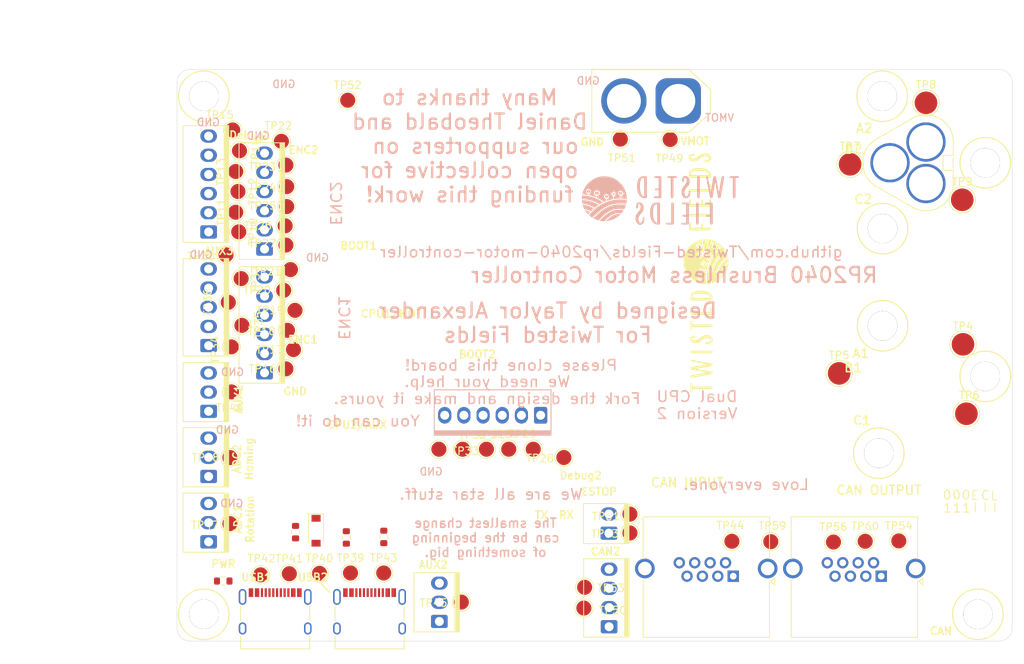
<source format=kicad_pcb>
(kicad_pcb (version 20221018) (generator pcbnew)
  (title_block (title "RP2040 Motor Controller") (date "2020-07-13") (rev "REV1") (company "Twisted Fields, LLC"))
  (layers (0 "F.Cu" signal) (1 "In1.Cu" signal) (2 "In2.Cu" signal) (31 "B.Cu" signal) (34 "B.Paste" user) (35 "F.Paste" user) (36 "B.SilkS" user "B.Silkscreen") (37 "F.SilkS" user "F.Silkscreen") (38 "B.Mask" user) (39 "F.Mask" user) (44 "Edge.Cuts" user))
  (net 0 "")
  (net 1 "GND")
  (net 2 "VBUS")
  (net 3 "+3V3")
  (net 4 "TH1")
  (net 5 "TH2")
  (net 6 "VMOT")
  (net 7 "M1B")
  (net 8 "M2B")
  (net 9 "+12V")
  (net 10 "TXO")
  (net 11 "RXI")
  (net 12 "/power_and_cpu/USB_D-")
  (net 13 "/power_and_cpu/USB_D+")
  (net 14 "/power_and_cpu/USB_D_2+")
  (net 15 "/power_and_cpu/USB_D_2-")
  (net 16 "Net-(J1-CC1)")
  (net 18 "Net-(J1-CC2)")
  (net 19 "ESTOP_SQUARE")
  (net 21 "Net-(J6-CC1)")
  (net 23 "Net-(J6-CC2)")
  (net 25 "GND_REMOTE")
  (net 26 "CANH0")
  (net 27 "CANL0")
  (net 28 "AUX1")
  (net 29 "AUX2")
  (net 30 "A1_2")
  (net 31 "A2_2")
  (net 32 "5V_REMOTE")
  (net 33 "ESTOP_SWITCH_IN")
  (net 34 "CANH1")
  (net 35 "CANL1")
  (net 36 "SWCLK")
  (net 37 "SWD")
  (net 38 "SWCLK_2")
  (net 39 "SWD_2")
  (net 40 "RXI_2")
  (net 41 "TXO_2")
  (net 42 "M2C1")
  (net 43 "M2A1")
  (net 44 "M1A1")
  (net 45 "ENC2_SCK")
  (net 46 "ENC1_SCK")
  (net 47 "ENC1_CS")
  (net 48 "ENC1_RX")
  (net 49 "ENC2_CS")
  (net 50 "ENC2_RX")
  (net 51 "AUX3_RX")
  (net 52 "AUX3_CSn")
  (net 53 "AUX3_SCK")
  (net 54 "ESTOP_SWITCH_OUT")
  (net 55 "M1C1")
  (footprint "TestPoint:TestPoint_Pad_D2.0mm" (layer "F.Cu") (at 85.125 105.625)
    (fp_text reference "TP39" (at 0 -1.998) (layer "F.SilkS"))
    (fp_text value "TestPoint")
    (pad "1" smd circle (at 0 0) (size 2 2) (layers "F.Cu" "F.Mask") (net 15 "/power_and_cpu/USB_D_2-"))
  )
  (footprint "TestPoint:TestPoint_Pad_D2.0mm" (layer "F.Cu") (at 70.745 72.815 180)
    (fp_text reference "TP35" (at -2.232 0.06 90) (layer "F.SilkS"))
    (fp_text value "TestPoint")
    (pad "1" smd circle (at 0 0 180) (size 2 2) (layers "F.Cu" "F.Mask") (net 51 "AUX3_RX"))
  )
  (footprint "Diode_SMD:D_SOD-123" (layer "F.Cu") (at 80.564 100.03 -90)
    (fp_text reference "D37" hide)
    (fp_text value "B5819W SL")
    (pad "1" smd rect (at -1.65 0 270) (size 0.9 1.2) (layers "F.Cu" "F.Paste" "F.Mask") (net 9 "+12V"))
    (pad "2" smd rect (at 1.65 0 270) (size 0.9 1.2) (layers "F.Cu" "F.Paste" "F.Mask") (net 2 "VBUS"))
  )
  (footprint "TestPoint:TestPoint_Pad_D2.0mm" (layer "F.Cu") (at 103.125 89.225 90)
    (fp_text reference "TP31" (at 1.948 0.6) (layer "F.SilkS"))
    (fp_text value "TestPoint")
    (pad "1" smd circle (at 0 0 90) (size 2 2) (layers "F.Cu" "F.Mask") (net 40 "RXI_2"))
  )
  (footprint "TestPoint:TestPoint_Pad_D2.0mm" (layer "F.Cu") (at 127.455 48.185)
    (fp_text reference "TP49" (at -0.1 2.502) (layer "F.SilkS"))
    (fp_text value "TestPoint")
    (pad "1" smd circle (at 0 0) (size 2 2) (layers "F.Cu" "F.Mask") (net 6 "VMOT"))
  )
  (footprint "RP2040_minimal:MountingHole_3.9mm_Plastite_#6" (layer "F.Cu") (at 65.7 42.45)
    (fp_text reference "H4" hide)
    (fp_text value "MountingHole")
    (pad "" thru_hole circle (at 0 0) (size 3.9 3.9) (drill 3.9) (layers "*.Cu" "*.Mask"))
  )
  (footprint "TestPoint:TestPoint_Pad_D2.0mm" (layer "F.Cu") (at 76.575 51.575)
    (fp_text reference "TP23" (at -3.14 0.232) (layer "F.SilkS"))
    (fp_text value "TestPoint")
    (pad "1" smd circle (at 0 0) (size 2 2) (layers "F.Cu" "F.Mask") (net 45 "ENC2_SCK"))
  )
  (footprint "TestPoint:TestPoint_Pad_D2.0mm" (layer "F.Cu") (at 69.345 75.665 180)
    (fp_text reference "TP34" (at 2.118 -0.39 90) (layer "F.SilkS"))
    (fp_text value "TestPoint")
    (pad "1" smd circle (at 0 0 180) (size 2 2) (layers "F.Cu" "F.Mask") (net 3 "+3V3"))
  )
  (footprint "TestPoint:TestPoint_Pad_D2.0mm" (layer "F.Cu") (at 77.175 65.425 180)
    (fp_text reference "TP21" (at 3.01 -0.248) (layer "F.SilkS"))
    (fp_text value "TestPoint")
    (pad "1" smd circle (at 0 0 180) (size 2 2) (layers "F.Cu" "F.Mask") (net 1 "GND"))
  )
  (footprint "Resistor_SMD:R_0603_1608Metric" (layer "F.Cu") (at 68.274 106.694)
    (fp_text reference "R43" hide)
    (fp_text value "5.1k")
    (pad "1" smd roundrect (at -0.825 0) (size 0.8 0.95) (layers "F.Cu" "F.Paste" "F.Mask") (net 1 "GND"))
    (pad "2" smd roundrect (at 0.825 0) (size 0.8 0.95) (layers "F.Cu" "F.Paste" "F.Mask") (net 16 "Net-(J1-CC1)"))
  )
  (footprint "TestPoint:TestPoint_Pad_D3.0mm" (layer "F.Cu") (at 149.825 79.175)
    (fp_text reference "TP5" (at 0 -2.398) (layer "F.SilkS"))
    (fp_text value "TestPoint")
    (pad "1" smd circle (at 0 0) (size 3 3) (layers "F.Cu" "F.Mask") (net 7 "M1B"))
  )
  (footprint "TestPoint:TestPoint_Pad_D2.0mm" (layer "F.Cu") (at 76.575 62.175)
    (fp_text reference "TP27" (at -3.11 -0.218) (layer "F.SilkS"))
    (fp_text value "TestPoint")
    (pad "1" smd circle (at 0 0) (size 2 2) (layers "F.Cu" "F.Mask") (net 5 "TH2"))
  )
  (footprint "TestPoint:TestPoint_Pad_D2.0mm" (layer "F.Cu") (at 69.155 90.335)
    (fp_text reference "TP48" (at -3.22 0.002) (layer "F.SilkS"))
    (fp_text value "TestPoint")
    (pad "1" smd circle (at 0 0) (size 2 2) (layers "F.Cu" "F.Mask") (net 31 "A2_2"))
  )
  (footprint "Connector_AMASS:AMASS_XT60-F_1x02_P7.20mm_Vertical" (layer "F.Cu") (at 128.525 43.075 180)
    (fp_text reference "J21" hide)
    (fp_text value "Conn_01x02")
    (pad "1" thru_hole roundrect (at 0 0 180) (size 6 6) (drill 4.5) (layers "*.Cu" "*.Mask") (net 6 "VMOT"))
    (pad "2" thru_hole circle (at 7.2 0 180) (size 6 6) (drill 4.5) (layers "*.Cu" "*.Mask") (net 1 "GND"))
  )
  (footprint "parts:BOOMELE-2510-3A_1x03_P2.54mm_Vertical" (layer "F.Cu") (at 96.55 112.05 90)
    (fp_text reference "J14" hide)
    (fp_text value "Conn_01x03")
    (pad "1" thru_hole roundrect (at 0 0.34 90) (size 1.74 2.19) (drill 1.19) (layers "*.Cu" "*.Mask") (roundrect_rratio 0.1436781609) (net 3 "+3V3"))
    (pad "2" thru_hole oval (at 2.54 0.34 90) (size 1.74 2.19) (drill 1.19) (layers "*.Cu" "*.Mask") (net 29 "AUX2"))
    (pad "3" thru_hole oval (at 5.08 0.34 90) (size 1.74 2.19) (drill 1.19) (layers "*.Cu" "*.Mask") (net 1 "GND"))
  )
  (footprint "TestPoint:TestPoint_Pad_D2.0mm" (layer "F.Cu") (at 76.275 68.175 180)
    (fp_text reference "TP20" (at 3.51 0.032) (layer "F.SilkS"))
    (fp_text value "TestPoint")
    (pad "1" smd circle (at 0 0 180) (size 2 2) (layers "F.Cu" "F.Mask") (net 46 "ENC1_SCK"))
  )
  (footprint "Resistor_SMD:R_0603_1608Metric" (layer "F.Cu") (at 77.846 100.214 90)
    (fp_text reference "R44" hide)
    (fp_text value "5.1k")
    (pad "1" smd roundrect (at -0.825 0 90) (size 0.8 0.95) (layers "F.Cu" "F.Paste" "F.Mask") (net 18 "Net-(J1-CC2)"))
    (pad "2" smd roundrect (at 0.825 0 90) (size 0.8 0.95) (layers "F.Cu" "F.Paste" "F.Mask") (net 1 "GND"))
  )
  (footprint "Resistor_SMD:R_0603_1608Metric" (layer "F.Cu") (at 84.574 100.917 -90)
    (fp_text reference "R40" hide)
    (fp_text value "5.1k")
    (pad "1" smd roundrect (at -0.825 0 270) (size 0.8 0.95) (layers "F.Cu" "F.Paste" "F.Mask") (net 1 "GND"))
    (pad "2" smd roundrect (at 0.825 0 270) (size 0.8 0.95) (layers "F.Cu" "F.Paste" "F.Mask") (net 21 "Net-(J6-CC1)"))
  )
  (footprint "taylor_footprints:twisted_2" (layer "F.Cu") (at 131.397147 65.727627 90)
    (fp_text reference "G***" hide)
    (fp_text value "LOGO" hide)
  )
  (footprint "TestPoint:TestPoint_Pad_D2.0mm" (layer "F.Cu") (at 84.755 42.985)
    (fp_text reference "TP52" (at 0 -1.998) (layer "F.SilkS"))
    (fp_text value "TestPoint")
    (pad "1" smd circle (at 0 0) (size 2 2) (layers "F.Cu" "F.Mask") (net 9 "+12V"))
  )
  (footprint "TestPoint:TestPoint_Pad_D2.0mm" (layer "F.Cu") (at 70.645 66.615 180)
    (fp_text reference "TP37" (at -1.932 -0.14 90) (layer "F.SilkS"))
    (fp_text value "TestPoint")
    (pad "1" smd circle (at 0 0 180) (size 2 2) (layers "F.Cu" "F.Mask") (net 53 "AUX3_SCK"))
  )
  (footprint "parts:Ckmtw-W-2510S06P_1x06_P2.54mm_Vertical" (layer "F.Cu") (at 73.4 62.7 90)
    (fp_text reference "J4" hide)
    (fp_text value "Conn_01x06")
    (pad "1" thru_hole roundrect (at 0 0.34 90) (size 1.74 2.19) (drill 1.19) (layers "*.Cu" "*.Mask") (roundrect_rratio 0.1436781609) (net 5 "TH2"))
    (pad "2" thru_hole oval (at 2.54 0.34 90) (size 1.74 2.19) (drill 1.19) (layers "*.Cu" "*.Mask") (net 3 "+3V3"))
    (pad "3" thru_hole oval (at 5.08 0.34 90) (size 1.74 2.19) (drill 1.19) (layers "*.Cu" "*.Mask") (net 50 "ENC2_RX"))
    (pad "4" thru_hole oval (at 7.62 0.34 90) (size 1.74 2.19) (drill 1.19) (layers "*.Cu" "*.Mask") (net 49 "ENC2_CS"))
    (pad "5" thru_hole oval (at 10.16 0.34 90) (size 1.74 2.19) (drill 1.19) (layers "*.Cu" "*.Mask") (net 45 "ENC2_SCK"))
    (pad "6" thru_hole oval (at 12.7 0.34 90) (size 1.74 2.19) (drill 1.19) (layers "*.Cu" "*.Mask") (net 1 "GND"))
  )
  (footprint "RP2040_minimal:MountingHole_3.9mm_Plastite_#6" (layer "F.Cu") (at 155.525 42.45)
    (fp_text reference "H6" hide)
    (fp_text value "MountingHole")
    (pad "" thru_hole circle (at 0 0) (size 3.9 3.9) (drill 3.9) (layers "*.Cu" "*.Mask"))
  )
  (footprint "TestPoint:TestPoint_Pad_D2.0mm" (layer "F.Cu") (at 70.225 55.075)
    (fp_text reference "TP12" (at 1.998 0.02 90) (layer "F.SilkS"))
    (fp_text value "TestPoint")
    (pad "1" smd circle (at 0 0) (size 2 2) (layers "F.Cu" "F.Mask") (net 3 "+3V3"))
  )
  (footprint "parts:MT60-F.G.Y" (layer "F.Cu") (at 161.32 51.27 180)
    (fp_text reference "J19" hide)
    (fp_text value "Conn_01x03")
    (pad "1" thru_hole circle (at 0 -2.75 180) (size 5.2 5.2) (drill 4.5) (layers "*.Cu" "*.Mask") (net 42 "M2C1"))
    (pad "2" thru_hole circle (at 0 2.75 180) (size 5.2 5.2) (drill 4.5) (layers "*.Cu" "*.Mask") (net 43 "M2A1"))
    (pad "3" thru_hole circle (at 4.76 0 180) (size 5.2 5.2) (drill 4.5) (layers "*.Cu" "*.Mask") (net 8 "M2B"))
  )
  (footprint "parts:PINREX-744-81-04TW00 _1x04_P2.54mm_Vertical" (layer "F.Cu") (at 119.025 112.747 90)
    (fp_text reference "J11" hide)
    (fp_text value "Conn_01x04")
    (pad "1" thru_hole roundrect (at 0 0.34 90) (size 1.74 2.19) (drill 1.19) (layers "*.Cu" "*.Mask") (roundrect_rratio 0.1436781609) (net 32 "5V_REMOTE"))
    (pad "2" thru_hole oval (at 2.54 0.34 90) (size 1.74 2.19) (drill 1.19) (layers "*.Cu" "*.Mask") (net 34 "CANH1"))
    (pad "3" thru_hole oval (at 5.08 0.34 90) (size 1.74 2.19) (drill 1.19) (layers "*.Cu" "*.Mask") (net 35 "CANL1"))
    (pad "4" thru_hole oval (at 7.62 0.34 90) (size 1.74 2.19) (drill 1.19) (layers "*.Cu" "*.Mask") (net 25 "GND_REMOTE"))
  )
  (footprint "TestPoint:TestPoint_Pad_D2.0mm" (layer "F.Cu") (at 76.775 73.475 180)
    (fp_text reference "TP18" (at 3.41 -0.108) (layer "F.SilkS"))
    (fp_text value "TestPoint")
    (pad "1" smd circle (at 0 0 180) (size 2 2) (layers "F.Cu" "F.Mask") (net 48 "ENC1_RX"))
  )
  (footprint "TestPoint:TestPoint_Pad_D2.0mm" (layer "F.Cu") (at 109.325 89.225 90)
    (fp_text reference "TP29" (at 2.048 -1.4) (layer "F.SilkS"))
    (fp_text value "TestPoint")
    (pad "1" smd circle (at 0 0 90) (size 2 2) (layers "F.Cu" "F.Mask") (net 39 "SWD_2"))
  )
  (footprint "Resistor_SMD:R_0603_1608Metric" (layer "F.Cu") (at 89.534 100.847 90)
    (fp_text reference "R46" hide)
    (fp_text value "5.1k")
    (pad "1" smd roundrect (at -0.825 0 90) (size 0.8 0.95) (layers "F.Cu" "F.Paste" "F.Mask") (net 23 "Net-(J6-CC2)"))
    (pad "2" smd roundrect (at 0.825 0 90) (size 0.8 0.95) (layers "F.Cu" "F.Paste" "F.Mask") (net 1 "GND"))
  )
  (footprint "parts:RJ45_R-RJ45R08P-B000" (layer "F.Cu") (at 155.4 106.05 180)
    (fp_text reference "J16" hide)
    (fp_text value "RJ45")
    (pad "" np_thru_hole circle (at -2.78 -2.54 180) (size 3.25 3.25) (drill 3.25) (layers "F&B.Cu" "*.Mask"))
    (pad "" np_thru_hole circle (at 9.92 -2.54 180) (size 3.25 3.25) (drill 3.25) (layers "F&B.Cu" "*.Mask"))
    (pad "1" thru_hole rect (at 0 0 180) (size 1.5 1.5) (drill 0.89) (layers "*.Cu" "*.Mask") (net 19 "ESTOP_SQUARE"))
    (pad "2" thru_hole circle (at 1.02 1.78 180) (size 1.5 1.5) (drill 0.89) (layers "*.Cu" "*.Mask") (net 25 "GND_REMOTE"))
    (pad "3" thru_hole circle (at 2.04 0 180) (size 1.5 1.5) (drill 0.89) (layers "*.Cu" "*.Mask") (net 26 "CANH0"))
    (pad "4" thru_hole circle (at 3.06 1.78 180) (size 1.5 1.5) (drill 0.89) (layers "*.Cu" "*.Mask") (net 32 "5V_REMOTE"))
    (pad "5" thru_hole circle (at 4.08 0 180) (size 1.5 1.5) (drill 0.89) (layers "*.Cu" "*.Mask") (net 54 "ESTOP_SWITCH_OUT"))
    (pad "6" thru_hole circle (at 5.1 1.78 180) (size 1.5 1.5) (drill 0.89) (layers "*.Cu" "*.Mask") (net 27 "CANL0"))
    (pad "7" thru_hole circle (at 6.12 0 180) (size 1.5 1.5) (drill 0.89) (layers "*.Cu" "*.Mask") (net 34 "CANH1"))
    (pad "8" thru_hole circle (at 7.14 1.78 180) (size 1.5 1.5) (drill 0.89) (layers "*.Cu" "*.Mask") (net 35 "CANL1"))
    (pad "SH" thru_hole circle (at -4.56 1.02 180) (size 2.6 2.6) (drill 1.8) (layers "*.Cu" "*.Mask"))
    (pad "SH" thru_hole circle (at 11.7 1.02 180) (size 2.6 2.6) (drill 1.8) (layers "*.Cu" "*.Mask"))
  )
  (footprint "TestPoint:TestPoint_Pad_D3.0mm" (layer "F.Cu") (at 151.275 51.475)
    (fp_text reference "TP7" (at 0 -2.398) (layer "F.SilkS"))
    (fp_text value "TestPoint")
    (pad "1" smd circle (at 0 0) (size 3 3) (layers "F.Cu" "F.Mask") (net 8 "M2B"))
  )
  (footprint "parts:RJ45_R-RJ45R08P-B000" (layer "F.Cu") (at 135.8 106.05 180)
    (fp_text reference "J8" hide)
    (fp_text value "RJ45")
    (pad "" np_thru_hole circle (at -2.78 -2.54 180) (size 3.25 3.25) (drill 3.25) (layers "F&B.Cu" "*.Mask"))
    (pad "" np_thru_hole circle (at 9.92 -2.54 180) (size 3.25 3.25) (drill 3.25) (layers "F&B.Cu" "*.Mask"))
    (pad "1" thru_hole rect (at 0 0 180) (size 1.5 1.5) (drill 0.89) (layers "*.Cu" "*.Mask") (net 19 "ESTOP_SQUARE"))
    (pad "2" thru_hole circle (at 1.02 1.78 180) (size 1.5 1.5) (drill 0.89) (layers "*.Cu" "*.Mask") (net 25 "GND_REMOTE"))
    (pad "3" thru_hole circle (at 2.04 0 180) (size 1.5 1.5) (drill 0.89) (layers "*.Cu" "*.Mask") (net 26 "CANH0"))
    (pad "4" thru_hole circle (at 3.06 1.78 180) (size 1.5 1.5) (drill 0.89) (layers "*.Cu" "*.Mask") (net 32 "5V_REMOTE"))
    (pad "5" thru_hole circle (at 4.08 0 180) (size 1.5 1.5) (drill 0.89) (layers "*.Cu" "*.Mask") (net 33 "ESTOP_SWITCH_IN"))
    (pad "6" thru_hole circle (at 5.1 1.78 180) (size 1.5 1.5) (drill 0.89) (layers "*.Cu" "*.Mask") (net 27 "CANL0"))
    (pad "7" thru_hole circle (at 6.12 0 180) (size 1.5 1.5) (drill 0.89) (layers "*.Cu" "*.Mask") (net 34 "CANH1"))
    (pad "8" thru_hole circle (at 7.14 1.78 180) (size 1.5 1.5) (drill 0.89) (layers "*.Cu" "*.Mask") (net 35 "CANL1"))
    (pad "SH" thru_hole circle (at -4.56 1.02 180) (size 2.6 2.6) (drill 1.8) (layers "*.Cu" "*.Mask"))
    (pad "SH" thru_hole circle (at 11.7 1.02 180) (size 2.6 2.6) (drill 1.8) (layers "*.Cu" "*.Mask"))
  )
  (footprint "TestPoint:TestPoint_Pad_D2.0mm" (layer "F.Cu") (at 140.775 101.475)
    (fp_text reference "TP59" (at 0.2 -2.098) (layer "F.SilkS"))
    (fp_text value "TestPoint")
    (pad "1" smd circle (at 0 0) (size 2 2) (layers "F.Cu" "F.Mask") (net 19 "ESTOP_SQUARE"))
  )
  (footprint "parts:BOOMELE-2510-3A_1x03_P2.54mm_Vertical" (layer "F.Cu") (at 66 92.84 90)
    (fp_text reference "J13" hide)
    (fp_text value "Conn_01x03")
    (pad "1" thru_hole roundrect (at 0 0.34 90) (size 1.74 2.19) (drill 1.19) (layers "*.Cu" "*.Mask") (roundrect_rratio 0.1436781609) (net 3 "+3V3"))
    (pad "2" thru_hole oval (at 2.54 0.34 90) (size 1.74 2.19) (drill 1.19) (layers "*.Cu" "*.Mask") (net 31 "A2_2"))
    (pad "3" thru_hole oval (at 5.08 0.34 90) (size 1.74 2.19) (drill 1.19) (layers "*.Cu" "*.Mask") (net 1 "GND"))
  )
  (footprint "TestPoint:TestPoint_Pad_D2.0mm" (layer "F.Cu") (at 116.025 110.275)
    (fp_text reference "TP50" (at 3.8 0.302) (layer "F.SilkS"))
    (fp_text value "TestPoint")
    (pad "1" smd circle (at 0 0) (size 2 2) (layers "F.Cu" "F.Mask") (net 34 "CANH1"))
  )
  (footprint "TestPoint:TestPoint_Pad_D2.0mm" (layer "F.Cu") (at 113.375 90.325 90)
    (fp_text reference "TP28" (at -0.102 -3.15) (layer "F.SilkS"))
    (fp_text value "TestPoint")
    (pad "1" smd circle (at 0 0 90) (size 2 2) (layers "F.Cu" "F.Mask") (net 38 "SWCLK_2"))
  )
  (footprint "TestPoint:TestPoint_Pad_D3.0mm" (layer "F.Cu") (at 166.125 56.175)
    (fp_text reference "TP9" (at 0 -2.398) (layer "F.SilkS"))
    (fp_text value "TestPoint")
    (pad "1" smd circle (at 0 0) (size 3 3) (layers "F.Cu" "F.Mask") (net 42 "M2C1"))
  )
  (footprint "TestPoint:TestPoint_Pad_D2.0mm" (layer "F.Cu") (at 69.355 81.635)
    (fp_text reference "TP46" (at -0.24 2.112) (layer "F.SilkS"))
    (fp_text value "TestPoint")
    (pad "1" smd circle (at 0 0) (size 2 2) (layers "F.Cu" "F.Mask") (net 28 "AUX1"))
  )
  (footprint "TestPoint:TestPoint_Pad_D2.0mm" (layer "F.Cu") (at 99.975 89.225 90)
    (fp_text reference "TP32" (at 1.898 1.35) (layer "F.SilkS"))
    (fp_text value "TestPoint")
    (pad "1" smd circle (at 0 0 90) (size 2 2) (layers "F.Cu" "F.Mask") (net 41 "TXO_2"))
  )
  (footprint "TestPoint:TestPoint_Pad_D2.0mm" (layer "F.Cu") (at 96.825 89.225 90)
    (fp_text reference "TP33" (at -0.252 3.5) (layer "F.SilkS"))
    (fp_text value "TestPoint")
    (pad "1" smd circle (at 0 0 90) (size 2 2) (layers "F.Cu" "F.Mask") (net 1 "GND"))
  )
  (footprint "taylor_footprints:twisted" (layer "F.Cu") (at 131.6 74.946286 90)
    (fp_text reference "G***" hide)
    (fp_text value "LOGO" hide)
  )
  (footprint "TestPoint:TestPoint_Pad_D2.0mm" (layer "F.Cu") (at 106.075 89.225 90)
    (fp_text reference "TP30" (at 1.998 -0.45) (layer "F.SilkS"))
    (fp_text value "TestPoint")
    (pad "1" smd circle (at 0 0 90) (size 2 2) (layers "F.Cu" "F.Mask") (net 3 "+3V3"))
  )
  (footprint "TestPoint:TestPoint_Pad_D2.0mm" (layer "F.Cu") (at 76.675 57.075)
    (fp_text reference "TP25" (at -3.2 -0.098) (layer "F.SilkS"))
    (fp_text value "TestPoint")
    (pad "1" smd circle (at 0 0) (size 2 2) (layers "F.Cu" "F.Mask") (net 50 "ENC2_RX"))
  )
  (footprint "parts:BOOMELE-2510-5A _1x05_P2.54mm_Vertical" (layer "F.Cu") (at 66 75.5 90)
    (fp_text reference "J15" hide)
    (fp_text value "Conn_01x05")
    (pad "1" thru_hole roundrect (at 0 0.34 90) (size 1.74 2.19) (drill 1.19) (layers "*.Cu" "*.Mask") (roundrect_rratio 0.1436781609) (net 3 "+3V3"))
    (pad "2" thru_hole oval (at 2.54 0.34 90) (size 1.74 2.19) (drill 1.19) (layers "*.Cu" "*.Mask") (net 51 "AUX3_RX"))
    (pad "3" thru_hole oval (at 5.08 0.34 90) (size 1.74 2.19) (drill 1.19) (layers "*.Cu" "*.Mask") (net 52 "AUX3_CSn"))
    (pad "4" thru_hole oval (at 7.62 0.34 90) (size 1.74 2.19) (drill 1.19) (layers "*.Cu" "*.Mask") (net 53 "AUX3_SCK"))
    (pad "5" thru_hole oval (at 10.16 0.34 90) (size 1.74 2.19) (drill 1.19) (layers "*.Cu" "*.Mask") (net 1 "GND"))
  )
  (footprint "TestPoint:TestPoint_Pad_D2.0mm" (layer "F.Cu") (at 69.925 52.425)
    (fp_text reference "TP13" (at -1.96 0.052 90) (layer "F.SilkS"))
    (fp_text value "TestPoint")
    (pad "1" smd circle (at 0 0) (size 2 2) (layers "F.Cu" "F.Mask") (net 11 "RXI"))
  )
  (footprint "TestPoint:TestPoint_Pad_D2.0mm" (layer "F.Cu") (at 120.855 48.135)
    (fp_text reference "TP51" (at 0.2 2.502) (layer "F.SilkS"))
    (fp_text value "TestPoint")
    (pad "1" smd circle (at 0 0) (size 2 2) (layers "F.Cu" "F.Mask") (net 1 "GND"))
  )
  (footprint "taylor_footprints:twisted_icon" (layer "F.Cu") (at 132.209764 64.192698 90)
    (fp_text reference "G***" hide)
    (fp_text value "LOGO" hide)
  )
  (footprint "TestPoint:TestPoint_Pad_D2.0mm" (layer "F.Cu") (at 68.945 69.765 180)
    (fp_text reference "TP36" (at 2.718 0.01 90) (layer "F.SilkS"))
    (fp_text value "TestPoint")
    (pad "1" smd circle (at 0 0 180) (size 2 2) (layers "F.Cu" "F.Mask") (net 52 "AUX3_CSn"))
  )
  (footprint "parts:Ckmtw-W-2510S06P_1x06_P2.54mm_Vertical" (layer "F.Cu") (at 66 60.436 90)
    (fp_text reference "J5" hide)
    (fp_text value "Conn_01x06")
    (pad "1" thru_hole roundrect (at 0 0.34 90) (size 1.74 2.19) (drill 1.19) (layers "*.Cu" "*.Mask") (roundrect_rratio 0.1436781609) (net 36 "SWCLK"))
    (pad "2" thru_hole oval (at 2.54 0.34 90) (size 1.74 2.19) (drill 1.19) (layers "*.Cu" "*.Mask") (net 37 "SWD"))
    (pad "3" thru_hole oval (at 5.08 0.34 90) (size 1.74 2.19) (drill 1.19) (layers "*.Cu" "*.Mask") (net 3 "+3V3"))
    (pad "4" thru_hole oval (at 7.62 0.34 90) (size 1.74 2.19) (drill 1.19) (layers "*.Cu" "*.Mask") (net 11 "RXI"))
    (pad "5" thru_hole oval (at 10.16 0.34 90) (size 1.74 2.19) (drill 1.19) (layers "*.Cu" "*.Mask") (net 10 "TXO"))
    (pad "6" thru_hole oval (at 12.7 0.34 90) (size 1.74 2.19) (drill 1.19) (layers "*.Cu" "*.Mask") (net 1 "GND"))
  )
  (footprint "TestPoint:TestPoint_Pad_D2.0mm" (layer "F.Cu") (at 69.525 46.925)
    (fp_text reference "TP15" (at -1.7 -1.998) (layer "F.SilkS"))
    (fp_text value "TestPoint")
    (pad "1" smd circle (at 0 0) (size 2 2) (layers "F.Cu" "F.Mask") (net 1 "GND"))
  )
  (footprint "Connector_USB:USB_C_Receptacle_XKB_U262-16XN-4BVC11" (layer "F.Cu") (at 87.65 111.9)
    (fp_text reference "J6" hide)
    (fp_text value "USB_C_Receptacle_USB2.0")
    (pad "" np_thru_hole circle (at -2.89 -2.605) (size 0.65 0.65) (drill 0.65) (layers "*.Cu" "*.Mask"))
    (pad "" np_thru_hole circle (at 2.89 -2.605) (size 0.65 0.65) (drill 0.65) (layers "*.Cu" "*.Mask"))
    (pad "A1" smd rect (at -3.35 -3.67) (size 0.3 1.15) (layers "F.Cu" "F.Paste" "F.Mask") (net 1 "GND"))
    (pad "A4" smd rect (at -2.55 -3.67) (size 0.3 1.15) (layers "F.Cu" "F.Paste" "F.Mask") (net 2 "VBUS"))
    (pad "A5" smd rect (at -1.25 -3.67) (size 0.3 1.15) (layers "F.Cu" "F.Paste" "F.Mask") (net 21 "Net-(J6-CC1)"))
    (pad "A6" smd rect (at -0.25 -3.67) (size 0.3 1.15) (layers "F.Cu" "F.Paste" "F.Mask") (net 14 "/power_and_cpu/USB_D_2+"))
    (pad "A7" smd rect (at 0.25 -3.67) (size 0.3 1.15) (layers "F.Cu" "F.Paste" "F.Mask") (net 15 "/power_and_cpu/USB_D_2-"))
    (pad "A8" smd rect (at 1.25 -3.67) (size 0.3 1.15) (layers "F.Cu" "F.Paste" "F.Mask"))
    (pad "A9" smd rect (at 2.55 -3.67) (size 0.3 1.15) (layers "F.Cu" "F.Paste" "F.Mask") (net 2 "VBUS"))
    (pad "A12" smd rect (at 3.35 -3.67) (size 0.3 1.15) (layers "F.Cu" "F.Paste" "F.Mask") (net 1 "GND"))
    (pad "B1" smd rect (at 3.05 -3.67) (size 0.3 1.15) (layers "F.Cu" "F.Paste" "F.Mask") (net 1 "GND"))
    (pad "B4" smd rect (at 2.25 -3.67) (size 0.3 1.15) (layers "F.Cu" "F.Paste" "F.Mask") (net 2 "VBUS"))
    (pad "B5" smd rect (at 1.75 -3.67) (size 0.3 1.15) (layers "F.Cu" "F.Paste" "F.Mask") (net 23 "Net-(J6-CC2)"))
    (pad "B6" smd rect (at 0.75 -3.67) (size 0.3 1.15) (layers "F.Cu" "F.Paste" "F.Mask") (net 14 "/power_and_cpu/USB_D_2+"))
    (pad "B7" smd rect (at -0.75 -3.67) (size 0.3 1.15) (layers "F.Cu" "F.Paste" "F.Mask") (net 15 "/power_and_cpu/USB_D_2-"))
    (pad "B8" smd rect (at -1.75 -3.67) (size 0.3 1.15) (layers "F.Cu" "F.Paste" "F.Mask"))
    (pad "B9" smd rect (at -2.25 -3.67) (size 0.3 1.15) (layers "F.Cu" "F.Paste" "F.Mask") (net 2 "VBUS"))
    (pad "B12" smd rect (at -3.05 -3.67) (size 0.3 1.15) (layers "F.Cu" "F.Paste" "F.Mask") (net 1 "GND"))
    (pad "S1" thru_hole oval (at -4.32 -3.105) (size 1 2.1) (drill oval 0.6 1.7) (layers "*.Cu" "*.Mask") (net 1 "GND"))
    (pad "S1" thru_hole oval (at -4.32 1.075) (size 1 1.6) (drill oval 0.6 1.2) (layers "*.Cu" "*.Mask") (net 1 "GND"))
    (pad "S1" thru_hole oval (at 4.32 -3.105) (size 1 2.1) (drill oval 0.6 1.7) (layers "*.Cu" "*.Mask") (net 1 "GND"))
    (pad "S1" thru_hole oval (at 4.32 1.075) (size 1 1.6) (drill oval 0.6 1.2) (layers "*.Cu" "*.Mask") (net 1 "GND"))
  )
  (footprint "RP2040_minimal:MountingHole_3.9mm_Plastite_#6" (layer "F.Cu") (at 155.075 89.75)
    (fp_text reference "H9" hide)
    (fp_text value "MountingHole")
    (pad "" thru_hole circle (at 0 0) (size 3.9 3.9) (drill 3.9) (layers "*.Cu" "*.Mask"))
  )
  (footprint "TestPoint:TestPoint_Pad_D3.0mm" (layer "F.Cu") (at 161.325 43.325)
    (fp_text reference "TP8" (at 0 -2.398) (layer "F.SilkS"))
    (fp_text value "TestPoint")
    (pad "1" smd circle (at 0 0) (size 3 3) (layers "F.Cu" "F.Mask") (net 43 "M2A1"))
  )
  (footprint "TestPoint:TestPoint_Pad_D2.0mm" (layer "F.Cu") (at 89.525 105.625)
    (fp_text reference "TP43" (at 0 -1.998) (layer "F.SilkS"))
    (fp_text value "TestPoint")
    (pad "1" smd circle (at 0 0) (size 2 2) (layers "F.Cu" "F.Mask") (net 14 "/power_and_cpu/USB_D_2+"))
  )
  (footprint "TestPoint:TestPoint_Pad_D2.0mm" (layer "F.Cu") (at 99.805 109.485)
    (fp_text reference "TP45" (at -3.7 0.102) (layer "F.SilkS"))
    (fp_text value "TestPoint")
    (pad "1" smd circle (at 0 0) (size 2 2) (layers "F.Cu" "F.Mask") (net 29 "AUX2"))
  )
  (footprint "parts:BOOMELE-2510-2A _1x02_P2.54mm_Vertical" (layer "F.Cu") (at 118.998 100.35 90)
    (fp_text reference "J7" hide)
    (fp_text value "Conn_01x02")
    (pad "1" thru_hole roundrect (at 0 0.34 90) (size 1.74 2.19) (drill 1.19) (layers "*.Cu" "*.Mask") (roundrect_rratio 0.1436781609) (net 54 "ESTOP_SWITCH_OUT"))
    (pad "2" thru_hole oval (at 2.54 0.34 90) (size 1.74 2.19) (drill 1.19) (layers "*.Cu" "*.Mask") (net 33 "ESTOP_SWITCH_IN"))
  )
  (footprint "RP2040_minimal:MountingHole_3.9mm_Plastite_#6" (layer "F.Cu") (at 169.175 79.57)
    (fp_text reference "H8" hide)
    (fp_text value "MountingHole")
    (pad "" thru_hole circle (at 0 0) (size 3.9 3.9) (drill 3.9) (layers "*.Cu" "*.Mask"))
  )
  (footprint "RP2040_minimal:MountingHole_3.9mm_Plastite_#6" (layer "F.Cu") (at 155.575 60 180)
    (fp_text reference "H2" hide)
    (fp_text value "MountingHole")
    (pad "" thru_hole circle (at 0 0 180) (size 3.9 3.9) (drill 3.9) (layers "*.Cu" "*.Mask"))
  )
  (footprint "TestPoint:TestPoint_Pad_D2.0mm" (layer "F.Cu") (at 70.325 60.425)
    (fp_text reference "TP10" (at 1.898 -0.05 90) (layer "F.SilkS"))
    (fp_text value "TestPoint")
    (pad "1" smd circle (at 0 0) (size 2 2) (layers "F.Cu" "F.Mask") (net 36 "SWCLK"))
  )
  (footprint "RP2040_minimal:MountingHole_3.9mm_Plastite_#6" (layer "F.Cu") (at 155.575 72.875)
    (fp_text reference "H7" hide)
    (fp_text value "MountingHole")
    (pad "" thru_hole circle (at 0 0) (size 3.9 3.9) (drill 3.9) (layers "*.Cu" "*.Mask"))
  )
  (footprint "RP2040_minimal:MountingHole_3.9mm_Plastite_#6" (layer "F.Cu") (at 65.7 111.1)
    (fp_text reference "H3" hide)
    (fp_text value "MountingHole")
    (pad "" thru_hole circle (at 0 0) (size 3.9 3.9) (drill 3.9) (layers "*.Cu" "*.Mask"))
  )
  (footprint "TestPoint:TestPoint_Pad_D2.0mm" (layer "F.Cu") (at 77.025 105.725)
    (fp_text reference "TP41" (at 0 -1.998) (layer "F.SilkS"))
    (fp_text value "TestPoint")
    (pad "1" smd circle (at 0 0) (size 2 2) (layers "F.Cu" "F.Mask") (net 13 "/power_and_cpu/USB_D+"))
  )
  (footprint "TestPoint:TestPoint_Pad_D2.0mm" (layer "F.Cu") (at 76.675 54.425)
    (fp_text reference "TP24" (at -3.2 0.102) (layer "F.SilkS"))
    (fp_text value "TestPoint")
    (pad "1" smd circle (at 0 0) (size 2 2) (layers "F.Cu" "F.Mask") (net 49 "ENC2_CS"))
  )
  (footprint "TestPoint:TestPoint_Pad_D2.0mm" (layer "F.Cu") (at 69.925 57.825)
    (fp_text reference "TP11" (at -1.9 0.002 90) (layer "F.SilkS"))
    (fp_text value "TestPoint")
    (pad "1" smd circle (at 0 0) (size 2 2) (layers "F.Cu" "F.Mask") (net 37 "SWD"))
  )
  (footprint "TestPoint:TestPoint_Pad_D2.0mm" (layer "F.Cu") (at 77.775 70.825 180)
    (fp_text reference "TP19" (at 3.3 0.002) (layer "F.SilkS"))
    (fp_text value "TestPoint")
    (pad "1" smd circle (at 0 0 180) (size 2 2) (layers "F.Cu" "F.Mask") (net 47 "ENC1_CS"))
  )
  (footprint "TestPoint:TestPoint_Pad_D2.0mm" (layer "F.Cu") (at 122.125 100.325)
    (fp_text reference "TP63" (at -3.3 0.102) (layer "F.SilkS"))
    (fp_text value "TestPoint")
    (pad "1" smd circle (at 0 0) (size 2 2) (layers "F.Cu" "F.Mask") (net 54 "ESTOP_SWITCH_OUT"))
  )
  (footprint "TestPoint:TestPoint_Pad_D2.0mm" (layer "F.Cu") (at 153.275 101.425)
    (fp_text reference "TP60" (at 0 -1.998) (layer "F.SilkS"))
    (fp_text value "TestPoint")
    (pad "1" smd circle (at 0 0) (size 2 2) (layers "F.Cu" "F.Mask") (net 26 "CANH0"))
  )
  (footprint "TestPoint:TestPoint_Pad_D2.0mm" (layer "F.Cu") (at 157.725 101.375)
    (fp_text reference "TP54" (at 0 -1.998) (layer "F.SilkS"))
    (fp_text value "TestPoint")
    (pad "1" smd circle (at 0 0) (size 2 2) (layers "F.Cu" "F.Mask") (net 25 "GND_REMOTE"))
  )
  (footprint "TestPoint:TestPoint_Pad_D2.0mm" (layer "F.Cu") (at 76.475 59.625)
    (fp_text reference "TP26" (at -3.6 0.002) (layer "F.SilkS"))
    (fp_text value "TestPoint")
    (pad "1" smd circle (at 0 0) (size 2 2) (layers "F.Cu" "F.Mask") (net 3 "+3V3"))
  )
  (footprint "TestPoint:TestPoint_Pad_D2.0mm" (layer "F.Cu") (at 116.125 107.525)
    (fp_text reference "TP53" (at 3.465 0.107) (layer "F.SilkS"))
    (fp_text value "TestPoint")
    (pad "1" smd circle (at 0 0) (size 2 2) (layers "F.Cu" "F.Mask") (net 35 "CANL1"))
  )
  (footprint "TestPoint:TestPoint_Pad_D2.0mm" (layer "F.Cu") (at 68.645 63.465 180)
    (fp_text reference "TP38" (at 3.3 -0.198) (layer "F.SilkS"))
    (fp_text value "TestPoint")
    (pad "1" smd circle (at 0 0 180) (size 2 2) (layers "F.Cu" "F.Mask") (net 1 "GND"))
  )
  (footprint "TestPoint:TestPoint_Pad_D2.0mm" (layer "F.Cu") (at 81.025 105.675)
    (fp_text reference "TP40" (at 0 -1.998) (layer "F.SilkS"))
    (fp_text value "TestPoint")
    (pad "1" smd circle (at 0 0) (size 2 2) (layers "F.Cu" "F.Mask") (net 2 "VBUS"))
  )
  (footprint "TestPoint:TestPoint_Pad_D2.0mm" (layer "F.Cu") (at 75.975 48.425)
    (fp_text reference "TP22" (at -0.4 -2.058) (layer "F.SilkS"))
    (fp_text value "TestPoint")
    (pad "1" smd circle (at 0 0) (size 2 2) (layers "F.Cu" "F.Mask") (net 1 "GND"))
  )
  (footprint "TestPoint:TestPoint_Pad_D2.0mm" (layer "F.Cu") (at 76.575 78.575 180)
    (fp_text reference "TP16" (at 3.1 0.002) (layer "F.SilkS"))
    (fp_text value "TestPoint")
    (pad "1" smd circle (at 0 0 180) (size 2 2) (layers "F.Cu" "F.Mask") (net 4 "TH1"))
  )
  (footprint "TestPoint:TestPoint_Pad_D3.0mm" (layer "F.Cu") (at 166.675 84.525)
    (fp_text reference "TP6" (at 0.39 -2.468) (layer "F.SilkS"))
    (fp_text value "TestPoint")
    (pad "1" smd circle (at 0 0) (size 3 3) (layers "F.Cu" "F.Mask") (net 55 "M1C1"))
  )
  (footprint "parts:BOOMELE-2510-3A_1x03_P2.54mm_Vertical" (layer "F.Cu") (at 66 84.2 90)
    (fp_text reference "J10" hide)
    (fp_text value "Conn_01x03")
    (pad "1" thru_hole roundrect (at 0 0.34 90) (size 1.74 2.19) (drill 1.19) (layers "*.Cu" "*.Mask") (roundrect_rratio 0.1436781609) (net 3 "+3V3"))
    (pad "2" thru_hole oval (at 2.54 0.34 90) (size 1.74 2.19) (drill 1.19) (layers "*.Cu" "*.Mask") (net 28 "AUX1"))
    (pad "3" thru_hole oval (at 5.08 0.34 90) (size 1.74 2.19) (drill 1.19) (layers "*.Cu" "*.Mask") (net 1 "GND"))
  )
  (footprint "TestPoint:TestPoint_Pad_D2.0mm" (layer "F.Cu") (at 135.625 101.425)
    (fp_text reference "TP44" (at -0.2 -2.098) (layer "F.SilkS"))
    (fp_text value "TestPoint")
    (pad "1" smd circle (at 0 0) (size 2 2) (layers "F.Cu" "F.Mask") (net 32 "5V_REMOTE"))
  )
  (footprint "parts:Ckmtw-W-2510S06P_1x06_P2.54mm_Vertical" (layer "F.Cu") (at 73.4 79.1 90)
    (fp_text reference "J3" hide)
    (fp_text value "Conn_01x06")
    (pad "1" thru_hole roundrect (at 0 0.34 90) (size 1.74 2.19) (drill 1.19) (layers "*.Cu" "*.Mask") (roundrect_rratio 0.1436781609) (net 4 "TH1"))
    (pad "2" thru_hole oval (at 2.54 0.34 90) (size 1.74 2.19) (drill 1.19) (layers "*.Cu" "*.Mask") (net 3 "+3V3"))
    (pad "3" thru_hole oval (at 5.08 0.34 90) (size 1.74 2.19) (drill 1.19) (layers "*.Cu" "*.Mask") (net 48 "ENC1_RX"))
    (pad "4" thru_hole oval (at 7.62 0.34 90) (size 1.74 2.19) (drill 1.19) (layers "*.Cu" "*.Mask") (net 47 "ENC1_CS"))
    (pad "5" thru_hole oval (at 10.16 0.34 90) (size 1.74 2.19) (drill 1.19) (layers "*.Cu" "*.Mask") (net 46 "ENC1_SCK"))
    (pad "6" thru_hole oval (at 12.7 0.34 90) (size 1.74 2.19) (drill 1.19) (layers "*.Cu" "*.Mask") (net 1 "GND"))
  )
  (footprint "RP2040_minimal:MountingHole_3.9mm_Plastite_#6" (layer "F.Cu") (at 168.2 111.1)
    (fp_text reference "H1" hide)
    (fp_text value "MountingHole")
    (pad "" thru_hole circle (at 0 0) (size 3.9 3.9) (drill 3.9) (layers "*.Cu" "*.Mask"))
  )
  (footprint "TestPoint:TestPoint_Pad_D2.0mm" (layer "F.Cu") (at 69.155 99.085)
    (fp_text reference "TP47" (at -3.3 0.202) (layer "F.SilkS"))
    (fp_text value "TestPoint")
    (pad "1" smd circle (at 0 0) (size 2 2) (layers "F.Cu" "F.Mask") (net 30 "A1_2"))
  )
  (footprint "TestPoint:TestPoint_Pad_D2.0mm" (layer "F.Cu") (at 73.225 105.875)
    (fp_text reference "TP42" (at 0.12 -2.158) (layer "F.SilkS"))
    (fp_text value "TestPoint")
    (pad "1" smd circle (at 0 0) (size 2 2) (layers "F.Cu" "F.Mask") (net 12 "/power_and_cpu/USB_D-"))
  )
  (footprint "TestPoint:TestPoint_Pad_D2.0mm" (layer "F.Cu") (at 149.075 101.525)
    (fp_text reference "TP56" (at 0 -1.998) (layer "F.SilkS"))
    (fp_text value "TestPoint")
    (pad "1" smd circle (at 0 0) (size 2 2) (layers "F.Cu" "F.Mask") (net 27 "CANL0"))
  )
  (footprint "RP2040_minimal:MountingHole_3.9mm_Plastite_#6" (layer "F.Cu") (at 169.175 51.27)
    (fp_text reference "H5" hide)
    (fp_text value "MountingHole")
    (pad "" thru_hole circle (at 0 0) (size 3.9 3.9) (drill 3.9) (layers "*.Cu" "*.Mask"))
  )
  (footprint "TestPoint:TestPoint_Pad_D2.0mm" (layer "F.Cu") (at 70.425 49.675)
    (fp_text reference "TP14" (at 2.098 0.17 90) (layer "F.SilkS"))
    (fp_text value "TestPoint")
    (pad "1" smd circle (at 0 0) (size 2 2) (layers "F.Cu" "F.Mask") (net 10 "TXO"))
  )
  (footprint "TestPoint:TestPoint_Pad_D2.0mm" (layer "F.Cu") (at 122.125 97.825)
    (fp_text reference "TP61" (at -3.2 0.302) (layer "F.SilkS"))
    (fp_text value "TestPoint")
    (pad "1" smd circle (at 0 0) (size 2 2) (layers "F.Cu" "F.Mask") (net 33 "ESTOP_SWITCH_IN"))
  )
  (footprint "TestPoint:TestPoint_Pad_D3.0mm" (layer "F.Cu") (at 166.225 75.325)
    (fp_text reference "TP4" (at 0 -2.398) (layer "F.SilkS"))
    (fp_text value "TestPoint")
    (pad "1" smd circle (at 0 0) (size 3 3) (layers "F.Cu" "F.Mask") (net 44 "M1A1"))
  )
  (footprint "Connector_USB:USB_C_Receptacle_XKB_U262-16XN-4BVC11" (layer "F.Cu") (at 75.15 111.9)
    (fp_text reference "J1" hide)
    (fp_text value "USB_C_Receptacle_USB2.0")
    (pad "" np_thru_hole circle (at -2.89 -2.605) (size 0.65 0.65) (drill 0.65) (layers "*.Cu" "*.Mask"))
    (pad "" np_thru_hole circle (at 2.89 -2.605) (size 0.65 0.65) (drill 0.65) (layers "*.Cu" "*.Mask"))
    (pad "A1" smd rect (at -3.35 -3.67) (size 0.3 1.15) (layers "F.Cu" "F.Paste" "F.Mask") (net 1 "GND"))
    (pad "A4" smd rect (at -2.55 -3.67) (size 0.3 1.15) (layers "F.Cu" "F.Paste" "F.Mask") (net 2 "VBUS"))
    (pad "A5" smd rect (at -1.25 -3.67) (size 0.3 1.15) (layers "F.Cu" "F.Paste" "F.Mask") (net 16 "Net-(J1-CC1)"))
    (pad "A6" smd rect (at -0.25 -3.67) (size 0.3 1.15) (layers "F.Cu" "F.Paste" "F.Mask") (net 13 "/power_and_cpu/USB_D+"))
    (pad "A7" smd rect (at 0.25 -3.67) (size 0.3 1.15) (layers "F.Cu" "F.Paste" "F.Mask") (net 12 "/power_and_cpu/USB_D-"))
    (pad "A8" smd rect (at 1.25 -3.67) (size 0.3 1.15) (layers "F.Cu" "F.Paste" "F.Mask"))
    (pad "A9" smd rect (at 2.55 -3.67) (size 0.3 1.15) (layers "F.Cu" "F.Paste" "F.Mask") (net 2 "VBUS"))
    (pad "A12" smd rect (at 3.35 -3.67) (size 0.3 1.15) (layers "F.Cu" "F.Paste" "F.Mask") (net 1 "GND"))
    (pad "B1" smd rect (at 3.05 -3.67) (size 0.3 1.15) (layers "F.Cu" "F.Paste" "F.Mask") (net 1 "GND"))
    (pad "B4" smd rect (at 2.25 -3.67) (size 0.3 1.15) (layers "F.Cu" "F.Paste" "F.Mask") (net 2 "VBUS"))
    (pad "B5" smd rect (at 1.75 -3.67) (size 0.3 1.15) (layers "F.Cu" "F.Paste" "F.Mask") (net 18 "Net-(J1-CC2)"))
    (pad "B6" smd rect (at 0.75 -3.67) (size 0.3 1.15) (layers "F.Cu" "F.Paste" "F.Mask") (net 13 "/power_and_cpu/USB_D+"))
    (pad "B7" smd rect (at -0.75 -3.67) (size 0.3 1.15) (layers "F.Cu" "F.Paste" "F.Mask") (net 12 "/power_and_cpu/USB_D-"))
    (pad "B8" smd rect (at -1.75 -3.67) (size 0.3 1.15) (layers "F.Cu" "F.Paste" "F.Mask"))
    (pad "B9" smd rect (at -2.25 -3.67) (size 0.3 1.15) (layers "F.Cu" "F.Paste" "F.Mask") (net 2 "VBUS"))
    (pad "B12" smd rect (at -3.05 -3.67) (size 0.3 1.15) (layers "F.Cu" "F.Paste" "F.Mask") (net 1 "GND"))
    (pad "S1" thru_hole oval (at -4.32 -3.105) (size 1 2.1) (drill oval 0.6 1.7) (layers "*.Cu" "*.Mask") (net 1 "GND"))
    (pad "S1" thru_hole oval (at -4.32 1.075) (size 1 1.6) (drill oval 0.6 1.2) (layers "*.Cu" "*.Mask") (net 1 "GND"))
    (pad "S1" thru_hole oval (at 4.32 -3.105) (size 1 2.1) (drill oval 0.6 1.7) (layers "*.Cu" "*.Mask") (net 1 "GND"))
    (pad "S1" thru_hole oval (at 4.32 1.075) (size 1 1.6) (drill oval 0.6 1.2) (layers "*.Cu" "*.Mask") (net 1 "GND"))
  )
  (footprint "parts:BOOMELE-2510-3A_1x03_P2.54mm_Vertical" (layer "F.Cu") (at 66 101.5 90)
    (fp_text reference "J9" hide)
    (fp_text value "Conn_01x03")
    (pad "1" thru_hole roundrect (at 0 0.34 90) (size 1.74 2.19) (drill 1.19) (layers "*.Cu" "*.Mask") (roundrect_rratio 0.1436781609) (net 3 "+3V3"))
    (pad "2" thru_hole oval (at 2.54 0.34 90) (size 1.74 2.19) (drill 1.19) (layers "*.Cu" "*.Mask") (net 30 "A1_2"))
    (pad "3" thru_hole oval (at 5.08 0.34 90) (size 1.74 2.19) (drill 1.19) (layers "*.Cu" "*.Mask") (net 1 "GND"))
  )
  (footprint "TestPoint:TestPoint_Pad_D2.0mm" (layer "F.Cu") (at 77.575 76.025 180)
    (fp_text reference "TP17" (at 3.13 -0.028) (layer "F.SilkS"))
    (fp_text value "TestPoint")
    (pad "1" smd circle (at 0 0 180) (size 2 2) (layers "F.Cu" "F.Mask") (net 3 "+3V3"))
  )
  (footprint "parts:Ckmtw-W-2510S06P_1x06_P2.54mm_Vertical" (layer "B.Cu") (at 110.298 84.388 180)
    (fp_text reference "J12" hide)
    (fp_text value "Conn_01x06")
    (pad "1" thru_hole roundrect (at 0 -0.34 180) (size 1.74 2.19) (drill 1.19) (layers "*.Cu" "*.Mask") (roundrect_rratio 0.1436781609) (net 38 "SWCLK_2"))
    (pad "2" thru_hole oval (at 2.54 -0.34 180) (size 1.74 2.19) (drill 1.19) (layers "*.Cu" "*.Mask") (net 39 "SWD_2"))
    (pad "3" thru_hole oval (at 5.08 -0.34 180) (size 1.74 2.19) (drill 1.19) (layers "*.Cu" "*.Mask") (net 3 "+3V3"))
    (pad "4" thru_hole oval (at 7.62 -0.34 180) (size 1.74 2.19) (drill 1.19) (layers "*.Cu" "*.Mask") (net 40 "RXI_2"))
    (pad "5" thru_hole oval (at 10.16 -0.34 180) (size 1.74 2.19) (drill 1.19) (layers "*.Cu" "*.Mask") (net 41 "TXO_2"))
    (pad "6" thru_hole oval (at 12.7 -0.34 180) (size 1.74 2.19) (drill 1.19) (layers "*.Cu" "*.Mask") (net 1 "GND"))
  )
  (footprint "taylor_footprints:twisted_2" (layer "B.Cu") (at 138.571715 57.997147 180)
    (fp_text reference "G***" hide)
    (fp_text value "LOGO" hide)
  )
  (footprint "taylor_footprints:twisted_icon" (layer "B.Cu") (at 118.540374 56.05 180)
    (fp_text reference "G***" hide)
    (fp_text value "LOGO" hide)
  )
  (footprint "taylor_footprints:twisted" (layer "B.Cu") (at 129.790374 54.5 180)
    (fp_text reference "G***" hide)
    (fp_text value "LOGO" hide)
  )
  (gr_line (start 167.55 95.3) (end 167.85 95.3) (stroke (width 0.12)) (layer "F.SilkS"))
  (gr_line (start 169.15 96.3) (end 169.15 97.5) (stroke (width 0.12)) (layer "F.SilkS"))
  (gr_line (start 170.15 94.75) (end 170.15 95.95) (stroke (width 0.12)) (layer "F.SilkS"))
  (gr_line (start 167.55 94.7) (end 167.55 95.9) (stroke (width 0.12)) (layer "F.SilkS"))
  (gr_line (start 81.3 107.1) (end 82.4 108.2) (stroke (width 0.2)) (layer "F.SilkS"))
  (gr_line (start 167.55 95.9) (end 168.15 95.9) (stroke (width 0.12)) (layer "F.SilkS"))
  (gr_line (start 167.85 96.3) (end 167.85 97.5) (stroke (width 0.12)) (layer "F.SilkS"))
  (gr_line (start 170.15 95.95) (end 170.75 95.95) (stroke (width 0.12)) (layer "F.SilkS"))
  (gr_line (start 170.45 96.35) (end 170.45 97.55) (stroke (width 0.12)) (layer "F.SilkS"))
  (gr_line (start 168.15 94.7) (end 167.55 94.7) (stroke (width 0.12)) (layer "F.SilkS"))
  (gr_arc (start 62.15 40.65) (mid 62.662563 39.412563) (end 63.9 38.9) (stroke (width 0.05)) (layer "Edge.Cuts"))
  (gr_arc (start 171 38.9) (mid 172.237437 39.412563) (end 172.75 40.65) (stroke (width 0.05)) (layer "Edge.Cuts"))
  (gr_line (start 62.15 112.9) (end 62.15 40.65) (stroke (width 0.05)) (layer "Edge.Cuts"))
  (gr_line (start 171 114.65) (end 63.9 114.65) (stroke (width 0.05)) (layer "Edge.Cuts"))
  (gr_arc (start 172.75 112.9) (mid 172.237437 114.137437) (end 171 114.65) (stroke (width 0.05)) (layer "Edge.Cuts"))
  (gr_line (start 171 38.9) (end 63.9 38.9) (stroke (width 0.05)) (layer "Edge.Cuts"))
  (gr_arc (start 63.9 114.65) (mid 62.662563 114.137437) (end 62.15 112.9) (stroke (width 0.05)) (layer "Edge.Cuts"))
  (gr_line (start 172.75 40.65) (end 172.75 112.9) (stroke (width 0.05)) (layer "Edge.Cuts"))
  (gr_text "Please clone this board!" (at 106.395 78.105) (layer "B.SilkS") (effects (font (size 1.4 1.5) (thickness 0.2)) (justify mirror)))
  (gr_text "VMOT" (at 134 45.3) (layer "B.SilkS") (effects (font (size 1 1)) (justify mirror)))
  (gr_text "The smallest change\ncan be the beginning\nof something big." (at 103 100.95) (layer "B.SilkS") (effects (font (size 1.2 1.2) (thickness 0.2)) (justify mirror)))
  (gr_text "We need your help.\nFork the design and make it yours." (at 103.22 81.4) (layer "B.SilkS") (effects (font (size 1.4 1.5) (thickness 0.2)) (justify mirror)))
  (gr_text "GND" (at 68.825 86.655) (layer "B.SilkS") (effects (font (size 1 1)) (justify mirror)))
  (gr_text "Designed by Taylor Alexander\nFor Twisted Fields" (at 111.25 72.48) (layer "B.SilkS") (effects (font (size 2 2) (thickness 0.3)) (justify mirror)))
  (gr_text "ENC2" (at 83.15 56.65 270) (layer "B.SilkS") (effects (font (size 1.4 1.5) (thickness 0.2)) (justify mirror)))
  (gr_text "GND" (at 65.35 63.45) (layer "B.SilkS") (effects (font (size 1 1)) (justify mirror)))
  (gr_text "GND" (at 80.75 63.85) (layer "B.SilkS") (effects (font (size 1 1)) (justify mirror)))
  (gr_text "ENC1" (at 84.25 71.81 270) (layer "B.SilkS") (effects (font (size 1.4 1.5) (thickness 0.2)) (justify mirror)))
  (gr_text "GND" (at 69.5 79) (layer "B.SilkS") (effects (font (size 1 1)) (justify mirror)))
  (gr_text "GND" (at 66.3 45.9) (layer "B.SilkS") (effects (font (size 1 1)) (justify mirror)))
  (gr_text "Many thanks to\nDaniel Theobald and\nour supporters on \nopen collective for\nfunding this work!" (at 100.9 49.05) (layer "B.SilkS") (effects (font (size 2 2) (thickness 0.3)) (justify mirror)))
  (gr_text "Dual CPU\nVersion 2" (at 131 83.38) (layer "B.SilkS") (effects (font (size 1.4 1.5) (thickness 0.2)) (justify mirror)))
  (gr_text "GND" (at 76.3 40.85) (layer "B.SilkS") (effects (font (size 1 1)) (justify mirror)))
  (gr_text "github.com/Twisted-Fields/rp2040-motor-controller" (at 119.65 63.1) (layer "B.SilkS") (effects (font (size 1.4 1.5) (thickness 0.2)) (justify mirror)))
  (gr_text "GND" (at 116.6 40.4) (layer "B.SilkS") (effects (font (size 1 1)) (justify mirror)))
  (gr_text "You can do it!" (at 86.105 85.485) (layer "B.SilkS") (effects (font (size 1.4 1.5) (thickness 0.2)) (justify mirror)))
  (gr_text "GND" (at 95.8 92.2) (layer "B.SilkS") (effects (font (size 1 1)) (justify mirror)))
  (gr_text "GND" (at 69.4 96.4) (layer "B.SilkS") (effects (font (size 1 1)) (justify mirror)))
  (gr_text "GND" (at 72.9 47.7) (layer "B.SilkS") (effects (font (size 1 1)) (justify mirror)))
  (gr_text "Love everyone." (at 137.5 93.9) (layer "B.SilkS") (effects (font (size 1.4 1.5) (thickness 0.2)) (justify mirror)))
  (gr_text "We are all star stuff." (at 103.75 95.2) (layer "B.SilkS") (effects (font (size 1.4 1.5) (thickness 0.2)) (justify mirror)))
  (gr_text "RP2040 Brushless Motor Controller" (at 128 66.15) (layer "B.SilkS") (effects (font (size 2 2) (thickness 0.3)) (justify mirror)))
  (gr_text "RX" (at 113.7 97.95) (layer "F.SilkS") (effects (font (size 1 1) (thickness 0.2))))
  (gr_text "CAN OUTPUT" (at 155.075 94.65) (layer "F.SilkS") (effects (font (size 1.2 1.2) (thickness 0.2))))
  (gr_text "AUX1" (at 70.3 82.6 90) (layer "F.SilkS") (effects (font (size 1 1) (thickness 0.2))))
  (gr_text "CAN INPUT" (at 129.7 93.65) (layer "F.SilkS") (effects (font (size 1.2 1.2) (thickness 0.2))))
  (gr_text "USB1" (at 72.65 106.2) (layer "F.SilkS") (effects (font (size 1 1) (thickness 0.2))))
  (gr_text "VMOT" (at 130.755 48.405) (layer "F.SilkS") (effects (font (size 1 1) (thickness 0.2))))
  (gr_text "BOOT2" (at 101.9 76.65) (layer "F.SilkS") (effects (font (size 1 1) (thickness 0.2))))
  (gr_text "0" (at 163.45 96) (layer "F.SilkS") (effects (font (size 1.2 1.2)) (justify left bottom)))
  (gr_text "0" (at 164.7 96) (layer "F.SilkS") (effects (font (size 1.2 1.2)) (justify left bottom)))
  (gr_text "AUX3" (at 67.7 62.95) (layer "F.SilkS") (effects (font (size 1 1) (thickness 0.2))))
  (gr_text "GND" (at 117.145 48.52) (layer "F.SilkS") (effects (font (size 1 1) (thickness 0.2))))
  (gr_text "1" (at 163.5 97.7) (layer "F.SilkS") (effects (font (size 1.2 1.2)) (justify left bottom)))
  (gr_text "USB2" (at 80.15 106.2) (layer "F.SilkS") (effects (font (size 1 1) (thickness 0.2))))
  (gr_text "CPU2/AUX" (at 81.9 86) (layer "F.SilkS") (effects (font (size 1 1) (thickness 0.2)) (justify left)))
  (gr_text "GND" (at 77.8 81.55) (layer "F.SilkS") (effects (font (size 1 1) (thickness 0.2))))
  (gr_text "ADC2\nHoming" (at 70.9 90.5 90) (layer "F.SilkS") (effects (font (size 1 1) (thickness 0.2))))
  (gr_text "C1" (at 152.825 85.4) (layer "F.SilkS") (effects (font (size 1.2 1.2) (thickness 0.2))))
  (gr_text "A1" (at 152.675 76.5) (layer "F.SilkS") (effects (font (size 1.2 1.2) (thickness 0.2))))
  (gr_text "CPU1/MOT" (at 86.376932 71.276142) (layer "F.SilkS") (effects (font (size 1 1) (thickness 0.2)) (justify left)))
  (gr_text "PWR" (at 68.3 104.4) (layer "F.SilkS") (effects (font (size 1 1) (thickness 0.2))))
  (gr_text "ENC1" (at 78.825 74.7) (layer "F.SilkS") (effects (font (size 1 1) (thickness 0.2))))
  (gr_text "Debug2" (at 115.595 92.705) (layer "F.SilkS") (effects (font (size 1 1) (thickness 0.2))))
  (gr_text "TX" (at 110.4 97.95) (layer "F.SilkS") (effects (font (size 1 1) (thickness 0.2))))
  (gr_text "B2" (at 151.7 49.45) (layer "F.SilkS") (effects (font (size 1.2 1.2) (thickness 0.2))))
  (gr_text "AUX2" (at 96.075 104.525) (layer "F.SilkS") (effects (font (size 1 1) (thickness 0.2))))
  (gr_text "C2" (at 153.025 56.1) (layer "F.SilkS") (effects (font (size 1.2 1.2) (thickness 0.2))))
  (gr_text "ESTOP" (at 118.045 94.855) (layer "F.SilkS") (effects (font (size 1 1) (thickness 0.2))))
  (gr_text "C" (at 168.5 96.05) (layer "F.SilkS") (effects (font (size 1.2 1.2)) (justify left bottom)))
  (gr_text "CAN" (at 163.29197 113.318271) (layer "F.SilkS") (effects (font (size 1 1) (thickness 0.2))))
  (gr_text "CAN2" (at 118.9 102.775) (layer "F.SilkS") (effects (font (size 1 1) (thickness 0.2))))
  (gr_text "Debug1" (at 71.84 47.61) (layer "F.SilkS") (effects (font (size 1 1) (thickness 0.2))))
  (gr_text "1" (at 164.75 97.7) (layer "F.SilkS") (effects (font (size 1.2 1.2)) (justify left bottom)))
  (gr_text "A2" (at 153.15 46.7) (layer "F.SilkS") (effects (font (size 1.2 1.2) (thickness 0.2))))
  (gr_text "1" (at 166 97.7) (layer "F.SilkS") (effects (font (size 1.2 1.2)) (justify left bottom)))
  (gr_text "ENC2" (at 78.9 49.575) (layer "F.SilkS") (effects (font (size 1 1) (thickness 0.2))))
  (gr_text "BOOT1" (at 86.2 62.275) (layer "F.SilkS") (effects (font (size 1 1) (thickness 0.2))))
  (gr_text "B1" (at 151.675 78.4) (layer "F.SilkS") (effects (font (size 1.2 1.2) (thickness 0.2))))
  (gr_text "ADC1\nRotation" (at 71.025 98.5 90) (layer "F.SilkS") (effects (font (size 1 1) (thickness 0.2))))
  (gr_text "0" (at 165.95 96) (layer "F.SilkS") (effects (font (size 1.2 1.2)) (justify left bottom)))
)
</source>
